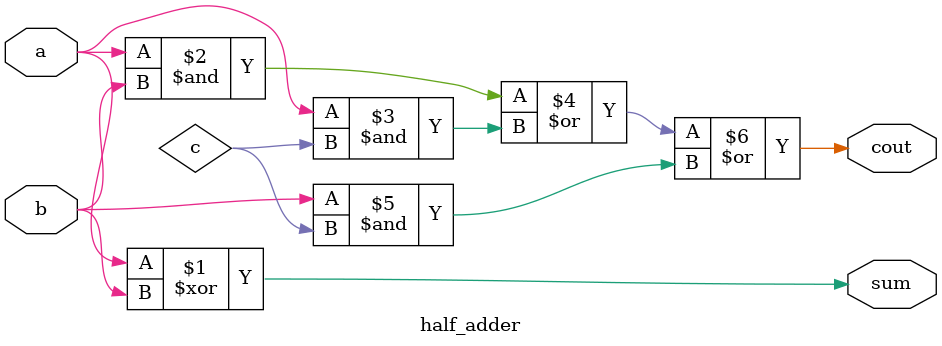
<source format=v>
module half_adder( 
input a, b,
output cout, sum );

assign sum = a ^ b;
assign cout = (a&b) | (a&c) | (b&c);
endmodule

</source>
